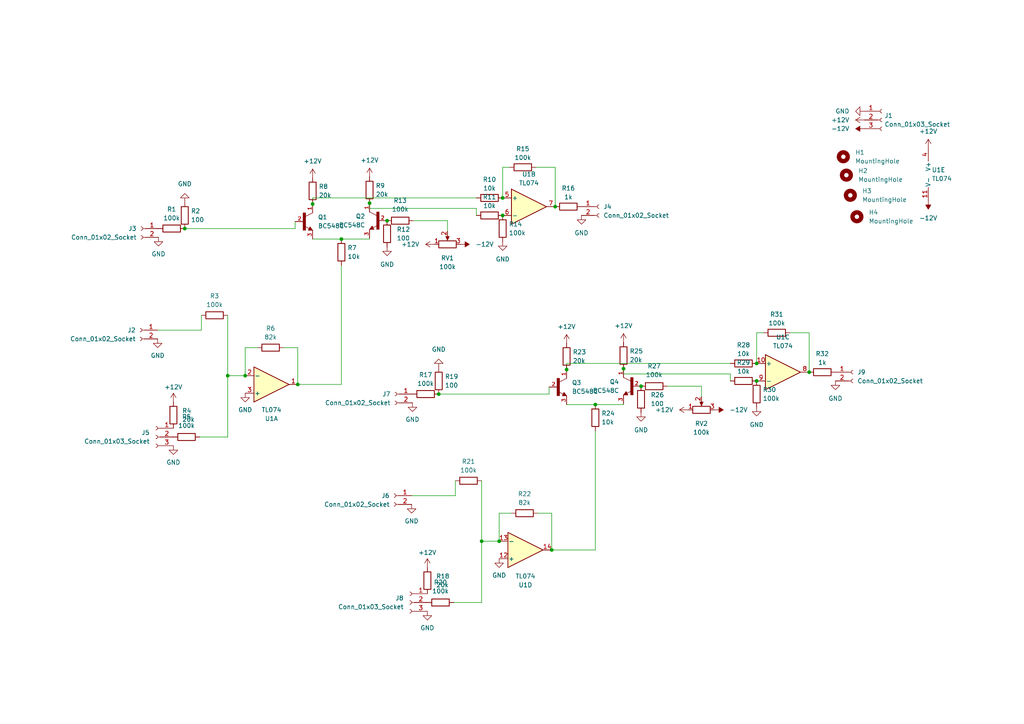
<source format=kicad_sch>
(kicad_sch (version 20230121) (generator eeschema)
  (paper "A4")
  (lib_symbols
    (symbol "Amplifier_Operational:TL074" (pin_names (offset 0.127))
      (property "Reference" "U" (at 0 5.08 0))
      (property "Value" "TL074" (at 0 -5.08 0))
      (symbol "TL074_1_1"
        (polyline (pts (xy -5.08 5.08) (xy 5.08 0) (xy -5.08 -5.08) (xy -5.08 5.08)) (stroke (width 0.254)) (fill (type background)))
        (pin output line (at 7.62 0 180) (length 2.54) (name "~") (number "1"))
        (pin input line (at -7.62 -2.54 0) (length 2.54) (name "-") (number "2"))
        (pin input line (at -7.62 2.54 0) (length 2.54) (name "+") (number "3"))
      )
      (symbol "TL074_2_1"
        (polyline (pts (xy -5.08 5.08) (xy 5.08 0) (xy -5.08 -5.08) (xy -5.08 5.08)) (stroke (width 0.254)) (fill (type background)))
        (pin input line (at -7.62 2.54 0) (length 2.54) (name "+") (number "5"))
        (pin input line (at -7.62 -2.54 0) (length 2.54) (name "-") (number "6"))
        (pin output line (at 7.62 0 180) (length 2.54) (name "~") (number "7"))
      )
      (symbol "TL074_3_1"
        (polyline (pts (xy -5.08 5.08) (xy 5.08 0) (xy -5.08 -5.08) (xy -5.08 5.08)) (stroke (width 0.254)) (fill (type background)))
        (pin input line (at -7.62 2.54 0) (length 2.54) (name "+") (number "10"))
        (pin output line (at 7.62 0 180) (length 2.54) (name "~") (number "8"))
        (pin input line (at -7.62 -2.54 0) (length 2.54) (name "-") (number "9"))
      )
      (symbol "TL074_4_1"
        (polyline (pts (xy -5.08 5.08) (xy 5.08 0) (xy -5.08 -5.08) (xy -5.08 5.08)) (stroke (width 0.254)) (fill (type background)))
        (pin input line (at -7.62 2.54 0) (length 2.54) (name "+") (number "12"))
        (pin input line (at -7.62 -2.54 0) (length 2.54) (name "-") (number "13"))
        (pin output line (at 7.62 0 180) (length 2.54) (name "~") (number "14"))
      )
      (symbol "TL074_5_1"
        (pin power_in line (at -2.54 -7.62 90) (length 3.81) (name "V-") (number "11"))
        (pin power_in line (at -2.54 7.62 270) (length 3.81) (name "V+") (number "4"))
      )
    )
    (symbol "BC548C:BC548C" (pin_names (offset 1.016))
      (property "Reference" "Q" (at -10.16 7.62 0))
      (property "Value" "BC548C" (at -10.16 -7.62 0))
      (symbol "BC548C_0_0"
        (rectangle (start -0.254 -2.54) (end 0.508 2.54) (stroke (width 0.1)) (fill (type outline)))
        (polyline (pts (xy 1.54 -2.04) (xy 0.308 -1.424)) (stroke (width 0.1524)))
        (polyline (pts (xy 2.54 2.54) (xy 0.508 1.524)) (stroke (width 0.1524)))
        (polyline (pts (xy 1.27 -2.54) (xy 1.778 -1.524) (xy 2.54 -2.54) (xy 1.27 -2.54)) (stroke (width 0.1524)) (fill (type outline)))
        (pin passive line (at 2.54 5.08 270) (length 2.54) (name "~") (number "1"))
        (pin passive line (at -2.54 0 0) (length 2.54) (name "~") (number "2"))
        (pin passive line (at 2.54 -5.08 90) (length 2.54) (name "~") (number "3"))
      )
    )
    (symbol "Connector:Conn_01x02_Socket" (pin_names (offset 1.016) hide)
      (property "Reference" "J" (at 0 2.54 0))
      (property "Value" "Conn_01x02_Socket" (at 0 -5.08 0))
      (symbol "Conn_01x02_Socket_1_1"
        (arc (start 0 -2.032) (mid -0.5058 -2.54) (end 0 -3.048) (stroke (width 0.1524)))
        (polyline (pts (xy -1.27 -2.54) (xy -0.508 -2.54)) (stroke (width 0.1524)))
        (polyline (pts (xy -1.27 0) (xy -0.508 0)) (stroke (width 0.1524)))
        (arc (start 0 0.508) (mid -0.5058 0) (end 0 -0.508) (stroke (width 0.1524)))
        (pin passive line (at -5.08 0 0) (length 3.81) (name "Pin_1") (number "1"))
        (pin passive line (at -5.08 -2.54 0) (length 3.81) (name "Pin_2") (number "2"))
      )
    )
    (symbol "Connector:Conn_01x03_Socket" (pin_names (offset 1.016) hide)
      (property "Reference" "J" (at 0 5.08 0))
      (property "Value" "Conn_01x03_Socket" (at 0 -5.08 0))
      (symbol "Conn_01x03_Socket_1_1"
        (arc (start 0 -2.032) (mid -0.5058 -2.54) (end 0 -3.048) (stroke (width 0.1524)))
        (polyline (pts (xy -1.27 -2.54) (xy -0.508 -2.54)) (stroke (width 0.1524)))
        (polyline (pts (xy -1.27 0) (xy -0.508 0)) (stroke (width 0.1524)))
        (polyline (pts (xy -1.27 2.54) (xy -0.508 2.54)) (stroke (width 0.1524)))
        (arc (start 0 0.508) (mid -0.5058 0) (end 0 -0.508) (stroke (width 0.1524)))
        (arc (start 0 3.048) (mid -0.5058 2.54) (end 0 2.032) (stroke (width 0.1524)))
        (pin passive line (at -5.08 2.54 0) (length 3.81) (name "Pin_1") (number "1"))
        (pin passive line (at -5.08 0 0) (length 3.81) (name "Pin_2") (number "2"))
        (pin passive line (at -5.08 -2.54 0) (length 3.81) (name "Pin_3") (number "3"))
      )
    )
    (symbol "Device:R" (pin_numbers hide) (pin_names (offset 0))
      (property "Reference" "R" (at 2.032 0 90))
      (property "Value" "R" (at 0 0 90))
      (symbol "R_0_1"
        (rectangle (start -1.016 -2.54) (end 1.016 2.54) (stroke (width 0.254)))
      )
      (symbol "R_1_1"
        (pin passive line (at 0 3.81 270) (length 1.27) (name "~") (number "1"))
        (pin passive line (at 0 -3.81 90) (length 1.27) (name "~") (number "2"))
      )
    )
    (symbol "Device:R_Potentiometer" (pin_names (offset 1.016) hide)
      (property "Reference" "RV" (at -4.445 0 90))
      (property "Value" "R_Potentiometer" (at -2.54 0 90))
      (symbol "R_Potentiometer_0_1"
        (polyline (pts (xy 2.54 0) (xy 1.524 0)))
        (polyline (pts (xy 1.143 0) (xy 2.286 0.508) (xy 2.286 -0.508) (xy 1.143 0)) (fill (type outline)))
        (rectangle (start 1.016 2.54) (end -1.016 -2.54) (stroke (width 0.254)))
      )
      (symbol "R_Potentiometer_1_1"
        (pin passive line (at 0 3.81 270) (length 1.27) (name "1") (number "1"))
        (pin passive line (at 3.81 0 180) (length 1.27) (name "2") (number "2"))
        (pin passive line (at 0 -3.81 90) (length 1.27) (name "3") (number "3"))
      )
    )
    (symbol "Mechanical:MountingHole" (pin_names (offset 1.016))
      (property "Reference" "H" (at 0 5.08 0))
      (property "Value" "MountingHole" (at 0 3.175 0))
      (symbol "MountingHole_0_1"
        (circle (center 0 0) (radius 1.27) (stroke (width 1.27)))
      )
    )
    (symbol "power:+12V" (power) (pin_names (offset 0))
      (property "Value" "+12V" (at 0 3.556 0))
      (symbol "+12V_0_1"
        (polyline (pts (xy -0.762 1.27) (xy 0 2.54)))
        (polyline (pts (xy 0 0) (xy 0 2.54)))
        (polyline (pts (xy 0 2.54) (xy 0.762 1.27)))
      )
      (symbol "+12V_1_1"
        (pin power_in line (at 0 0 90) (length 0) hide (name "+12V") (number "1"))
      )
    )
    (symbol "power:-12V" (power) (pin_names (offset 0))
      (property "Value" "-12V" (at 0 3.81 0))
      (symbol "-12V_0_0"
        (pin power_in line (at 0 0 90) (length 0) hide (name "-12V") (number "1"))
      )
      (symbol "-12V_0_1"
        (polyline (pts (xy 0 0) (xy 0 1.27) (xy 0.762 1.27) (xy 0 2.54) (xy -0.762 1.27) (xy 0 1.27)) (fill (type outline)))
      )
    )
    (symbol "power:GND" (power) (pin_names (offset 0))
      (property "Value" "GND" (at 0 -3.81 0))
      (symbol "GND_0_1"
        (polyline (pts (xy 0 0) (xy 0 -1.27) (xy 1.27 -1.27) (xy 0 -2.54) (xy -1.27 -1.27) (xy 0 -1.27)))
      )
      (symbol "GND_1_1"
        (pin power_in line (at 0 0 270) (length 0) hide (name "GND") (number "1"))
      )
    )
  )
  (junction (at 71.12 108.966))
  (junction (at 139.7 156.972))
  (junction (at 127.254 114.3))
  (junction (at 164.338 107.188))
  (junction (at 161.036 59.944))
  (junction (at 145.796 62.484))
  (junction (at 219.456 110.49))
  (junction (at 90.678 59.182))
  (junction (at 107.188 58.928))
  (junction (at 145.796 57.404))
  (junction (at 160.02 159.512))
  (junction (at 112.268 64.008))
  (junction (at 53.594 66.294))
  (junction (at 180.848 106.934))
  (junction (at 219.456 105.41))
  (junction (at 99.012 69.342))
  (junction (at 234.696 107.95))
  (junction (at 144.78 156.972))
  (junction (at 185.928 112.014))
  (junction (at 172.672 117.348))
  (junction (at 86.36 111.506))
  (junction (at 66.04 108.966))
  (wire (pts (xy 155.448 48.514) (xy 161.036 48.514)))
  (wire (pts (xy 58.42 95.758) (xy 58.42 91.44)))
  (wire (pts (xy 129.794 67.056) (xy 129.794 64.008)))
  (wire (pts (xy 107.188 69.342) (xy 107.188 69.088)))
  (wire (pts (xy 219.456 96.52) (xy 219.456 105.41)))
  (wire (pts (xy 90.678 69.342) (xy 99.012 69.342)))
  (wire (pts (xy 138.176 60.452) (xy 107.188 60.452)))
  (wire (pts (xy 211.836 108.458) (xy 180.848 108.458)))
  (wire (pts (xy 132.08 143.764) (xy 132.08 139.446)))
  (wire (pts (xy 107.188 60.452) (xy 107.188 58.928)))
  (wire (pts (xy 211.836 110.49) (xy 211.836 108.458)))
  (wire (pts (xy 45.72 95.758) (xy 58.42 95.758)))
  (wire (pts (xy 160.02 159.512) (xy 172.672 159.512)))
  (wire (pts (xy 71.12 108.966) (xy 71.12 100.838)))
  (wire (pts (xy 139.7 174.752) (xy 139.7 156.972)))
  (wire (pts (xy 86.36 100.838) (xy 86.36 111.506)))
  (wire (pts (xy 66.04 91.44) (xy 66.04 108.966)))
  (wire (pts (xy 66.04 108.966) (xy 71.12 108.966)))
  (wire (pts (xy 99.012 69.342) (xy 107.188 69.342)))
  (wire (pts (xy 229.108 96.52) (xy 234.696 96.52)))
  (wire (pts (xy 129.794 64.008) (xy 119.888 64.008)))
  (wire (pts (xy 86.36 111.506) (xy 99.012 111.506)))
  (wire (pts (xy 66.04 126.746) (xy 66.04 108.966)))
  (wire (pts (xy 164.338 117.348) (xy 172.672 117.348)))
  (wire (pts (xy 180.848 108.458) (xy 180.848 106.934)))
  (wire (pts (xy 71.12 100.838) (xy 74.676 100.838)))
  (wire (pts (xy 147.828 48.514) (xy 145.796 48.514)))
  (wire (pts (xy 139.7 156.972) (xy 144.78 156.972)))
  (wire (pts (xy 90.678 57.404) (xy 90.678 59.182)))
  (wire (pts (xy 57.912 126.746) (xy 66.04 126.746)))
  (wire (pts (xy 144.78 148.844) (xy 148.336 148.844)))
  (wire (pts (xy 203.454 115.062) (xy 203.454 112.014)))
  (wire (pts (xy 172.672 117.348) (xy 180.848 117.348)))
  (wire (pts (xy 221.488 96.52) (xy 219.456 96.52)))
  (wire (pts (xy 160.02 148.844) (xy 160.02 159.512)))
  (wire (pts (xy 99.012 111.506) (xy 99.012 76.962)))
  (wire (pts (xy 145.796 48.514) (xy 145.796 57.404)))
  (wire (pts (xy 172.672 159.512) (xy 172.672 124.968)))
  (wire (pts (xy 180.848 117.348) (xy 180.848 117.094)))
  (wire (pts (xy 234.696 96.52) (xy 234.696 107.95)))
  (wire (pts (xy 131.572 174.752) (xy 139.7 174.752)))
  (wire (pts (xy 85.598 66.294) (xy 85.598 64.262)))
  (wire (pts (xy 203.454 112.014) (xy 193.548 112.014)))
  (wire (pts (xy 211.836 105.41) (xy 164.338 105.41)))
  (wire (pts (xy 161.036 48.514) (xy 161.036 59.944)))
  (wire (pts (xy 82.296 100.838) (xy 86.36 100.838)))
  (wire (pts (xy 119.38 143.764) (xy 132.08 143.764)))
  (wire (pts (xy 144.78 156.972) (xy 144.78 148.844)))
  (wire (pts (xy 155.956 148.844) (xy 160.02 148.844)))
  (wire (pts (xy 139.7 139.446) (xy 139.7 156.972)))
  (wire (pts (xy 138.176 57.404) (xy 90.678 57.404)))
  (wire (pts (xy 164.338 105.41) (xy 164.338 107.188)))
  (wire (pts (xy 138.176 62.484) (xy 138.176 60.452)))
  (wire (pts (xy 159.258 114.3) (xy 159.258 112.268)))
  (wire (pts (xy 53.594 66.294) (xy 85.598 66.294)))
  (wire (pts (xy 127.254 114.3) (xy 159.258 114.3)))
  (symbol (lib_id "Device:R") (at 54.102 126.746 270) (unit 1)
    (property "Reference" "R5" (at 54.102 120.904 90))
    (property "Value" "100k" (at 54.102 123.444 90))
    (property "Footprint" "Resistor_THT:R_Axial_DIN0204_L3.6mm_D1.6mm_P7.62mm_Horizontal" (effects hide))
  )
  (symbol (lib_id "Device:R") (at 215.646 105.41 270) (unit 1)
    (property "Reference" "R28" (at 215.646 100.076 90))
    (property "Value" "10k" (at 215.646 102.616 90))
    (property "Footprint" "Resistor_THT:R_Axial_DIN0204_L3.6mm_D1.6mm_P7.62mm_Horizontal" (effects hide))
  )
  (symbol (lib_id "power:-12V") (at 269.24 58.166 180) (unit 1)
    (property "Reference" "#PWR05" (effects hide))
    (property "Value" "-12V" (at 269.24 63.246 0))
  )
  (symbol (lib_id "Device:R") (at 152.146 148.844 90) (unit 1)
    (property "Reference" "R22" (at 152.146 143.256 90))
    (property "Value" "82k" (at 152.146 145.796 90))
    (property "Footprint" "Resistor_THT:R_Axial_DIN0204_L3.6mm_D1.6mm_P7.62mm_Horizontal" (effects hide))
  )
  (symbol (lib_id "Device:R") (at 145.796 66.294 0) (unit 1)
    (property "Reference" "R14" (at 147.574 65.024 0) (effects (justify left)))
    (property "Value" "100k" (at 147.574 67.564 0) (effects (justify left)))
    (property "Footprint" "Resistor_THT:R_Axial_DIN0204_L3.6mm_D1.6mm_P7.62mm_Horizontal" (effects hide))
  )
  (symbol (lib_id "power:GND") (at 144.78 162.052 0) (unit 1)
    (property "Reference" "#PWR026" (effects hide))
    (property "Value" "GND" (at 144.78 166.878 0))
  )
  (symbol (lib_id "power:GND") (at 123.952 177.292 0) (unit 1)
    (property "Reference" "#PWR024" (effects hide))
    (property "Value" "GND" (at 123.952 182.118 0))
  )
  (symbol (lib_id "Device:R") (at 116.078 64.008 270) (unit 1)
    (property "Reference" "R13" (at 116.078 58.166 90))
    (property "Value" "100k" (at 116.078 60.706 90))
    (property "Footprint" "Resistor_THT:R_Axial_DIN0204_L3.6mm_D1.6mm_P7.62mm_Horizontal" (effects hide))
  )
  (symbol (lib_id "Device:R") (at 127.762 174.752 270) (unit 1)
    (property "Reference" "R20" (at 127.762 168.91 90))
    (property "Value" "100k" (at 127.762 171.45 90))
    (property "Footprint" "Resistor_THT:R_Axial_DIN0204_L3.6mm_D1.6mm_P7.62mm_Horizontal" (effects hide))
  )
  (symbol (lib_id "power:+12V") (at 180.848 99.314 0) (unit 1)
    (property "Reference" "#PWR028" (effects hide))
    (property "Value" "+12V" (at 180.848 94.488 0))
  )
  (symbol (lib_id "Device:R") (at 49.784 66.294 90) (unit 1)
    (property "Reference" "R1" (at 49.784 60.706 90))
    (property "Value" "100k" (at 49.784 63.246 90))
    (property "Footprint" "Resistor_THT:R_Axial_DIN0204_L3.6mm_D1.6mm_P7.62mm_Horizontal" (effects hide))
  )
  (symbol (lib_id "Device:R") (at 238.506 107.95 270) (unit 1)
    (property "Reference" "R32" (at 238.506 102.616 90))
    (property "Value" "1k" (at 238.506 105.156 90))
    (property "Footprint" "Resistor_THT:R_Axial_DIN0204_L3.6mm_D1.6mm_P7.62mm_Horizontal" (effects hide))
  )
  (symbol (lib_id "Connector:Conn_01x03_Socket") (at 255.778 34.798 0) (unit 1)
    (property "Reference" "J1" (at 256.54 33.528 0) (effects (justify left)))
    (property "Value" "Conn_01x03_Socket" (at 256.54 36.068 0) (effects (justify left)))
    (property "Footprint" "my_library:my_really_cool_3pin" (effects hide))
  )
  (symbol (lib_id "Amplifier_Operational:TL074") (at 271.78 50.546 0) (unit 5)
    (property "Reference" "U1" (at 270.256 49.276 0) (effects (justify left)))
    (property "Value" "TL074" (at 270.256 51.816 0) (effects (justify left)))
    (property "Footprint" "my_library:my_dip14" (effects hide))
    (property "Datasheet" "http://www.ti.com/lit/ds/symlink/tl071.pdf" (effects hide))
  )
  (symbol (lib_id "Amplifier_Operational:TL074") (at 78.74 111.506 0) (mirror x) (unit 1)
    (property "Reference" "U1" (at 78.74 121.412 0))
    (property "Value" "TL074" (at 78.74 118.872 0))
    (property "Footprint" "my_library:my_dip14" (effects hide))
    (property "Datasheet" "http://www.ti.com/lit/ds/symlink/tl071.pdf" (effects hide))
  )
  (symbol (lib_id "Amplifier_Operational:TL074") (at 227.076 107.95 0) (unit 3)
    (property "Reference" "U1" (at 227.076 97.79 0))
    (property "Value" "TL074" (at 227.076 100.33 0))
    (property "Footprint" "my_library:my_dip14" (effects hide))
    (property "Datasheet" "http://www.ti.com/lit/ds/symlink/tl071.pdf" (effects hide))
  )
  (symbol (lib_id "BC548C:BC548C") (at 183.388 112.014 0) (mirror y) (unit 1)
    (property "Reference" "Q4" (at 179.578 110.744 0) (effects (justify left)))
    (property "Value" "BC548C" (at 179.578 113.284 0) (effects (justify left)))
    (property "Footprint" "BC548C:TO92250P510H770-3" (effects hide))
    (property "MF" "ON" (effects hide))
    (property "Purchase-URL" "https://www.snapeda.com/api/url_track_click_mouser/?unipart_id=455158&manufacturer=ON&part_name=BC548C&search_term=None" (effects hide))
    (property "Package" "E-PKG AXIAL-LEADED-2 ON Semiconductor" (effects hide))
    (property "Price" "None" (effects hide))
    (property "Check_prices" "https://www.snapeda.com/parts/BC548C/Onsemi/view-part/?ref=eda" (effects hide))
    (property "SnapEDA_Link" "https://www.snapeda.com/parts/BC548C/Onsemi/view-part/?ref=snap" (effects hide))
    (property "MP" "BC548C" (effects hide))
    (property "Availability" "In Stock" (effects hide))
    (property "Description" "\nBipolar (BJT) Transistor NPN 30 V 100 mA 300MHz 625 mW Through Hole TO-92 (TO-226)\n" (effects hide))
  )
  (symbol (lib_id "power:GND") (at 127.254 106.68 180) (unit 1)
    (property "Reference" "#PWR025" (effects hide))
    (property "Value" "GND" (at 127.254 101.346 0))
  )
  (symbol (lib_id "power:GND") (at 168.656 62.484 0) (unit 1)
    (property "Reference" "#PWR021" (effects hide))
    (property "Value" "GND" (at 168.656 67.564 0))
  )
  (symbol (lib_id "Connector:Conn_01x02_Socket") (at 247.396 107.95 0) (unit 1)
    (property "Reference" "J9" (at 248.666 107.95 0) (effects (justify left)))
    (property "Value" "Conn_01x02_Socket" (at 248.666 110.49 0) (effects (justify left)))
    (property "Footprint" "my_library:my_really_cool_2pin" (effects hide))
  )
  (symbol (lib_id "Device:R") (at 99.012 73.152 180) (unit 1)
    (property "Reference" "R7" (at 100.79 71.882 0) (effects (justify right)))
    (property "Value" "10k" (at 100.79 74.422 0) (effects (justify right)))
    (property "Footprint" "Resistor_THT:R_Axial_DIN0204_L3.6mm_D1.6mm_P7.62mm_Horizontal" (effects hide))
  )
  (symbol (lib_id "Connector:Conn_01x02_Socket") (at 40.894 66.294 0) (mirror y) (unit 1)
    (property "Reference" "J3" (at 39.624 66.294 0) (effects (justify left)))
    (property "Value" "Conn_01x02_Socket" (at 39.624 68.834 0) (effects (justify left)))
    (property "Footprint" "my_library:my_really_cool_2pin" (effects hide))
  )
  (symbol (lib_id "power:GND") (at 71.12 114.046 0) (unit 1)
    (property "Reference" "#PWR018" (effects hide))
    (property "Value" "GND" (at 71.12 118.872 0))
  )
  (symbol (lib_id "power:GND") (at 45.72 98.298 0) (unit 1)
    (property "Reference" "#PWR015" (effects hide))
    (property "Value" "GND" (at 45.72 103.124 0))
  )
  (symbol (lib_id "BC548C:BC548C") (at 109.728 64.008 0) (mirror y) (unit 1)
    (property "Reference" "Q2" (at 105.918 62.738 0) (effects (justify left)))
    (property "Value" "BC548C" (at 105.918 65.278 0) (effects (justify left)))
    (property "Footprint" "BC548C:TO92250P510H770-3" (effects hide))
    (property "MF" "ON" (effects hide))
    (property "Purchase-URL" "https://www.snapeda.com/api/url_track_click_mouser/?unipart_id=455158&manufacturer=ON&part_name=BC548C&search_term=None" (effects hide))
    (property "Package" "E-PKG AXIAL-LEADED-2 ON Semiconductor" (effects hide))
    (property "Price" "None" (effects hide))
    (property "Check_prices" "https://www.snapeda.com/parts/BC548C/Onsemi/view-part/?ref=eda" (effects hide))
    (property "SnapEDA_Link" "https://www.snapeda.com/parts/BC548C/Onsemi/view-part/?ref=snap" (effects hide))
    (property "MP" "BC548C" (effects hide))
    (property "Availability" "In Stock" (effects hide))
    (property "Description" "\nBipolar (BJT) Transistor NPN 30 V 100 mA 300MHz 625 mW Through Hole TO-92 (TO-226)\n" (effects hide))
  )
  (symbol (lib_id "Device:R") (at 172.672 121.158 180) (unit 1)
    (property "Reference" "R24" (at 174.45 119.888 0) (effects (justify right)))
    (property "Value" "10k" (at 174.45 122.428 0) (effects (justify right)))
    (property "Footprint" "Resistor_THT:R_Axial_DIN0204_L3.6mm_D1.6mm_P7.62mm_Horizontal" (effects hide))
  )
  (symbol (lib_id "Device:R_Potentiometer") (at 129.794 70.866 90) (unit 1)
    (property "Reference" "RV1" (at 129.794 74.8526 90))
    (property "Value" "100k" (at 129.794 77.3926 90))
    (property "Footprint" "Potentiometer_THT:Potentiometer_Vishay_T73XW_Horizontal" (effects hide))
  )
  (symbol (lib_id "BC548C:BC548C") (at 88.138 64.262 0) (unit 1)
    (property "Reference" "Q1" (at 92.202 62.992 0) (effects (justify left)))
    (property "Value" "BC548C" (at 92.202 65.532 0) (effects (justify left)))
    (property "Footprint" "BC548C:TO92250P510H770-3" (effects hide))
    (property "MF" "ON" (effects hide))
    (property "Purchase-URL" "https://www.snapeda.com/api/url_track_click_mouser/?unipart_id=455158&manufacturer=ON&part_name=BC548C&search_term=None" (effects hide))
    (property "Package" "E-PKG AXIAL-LEADED-2 ON Semiconductor" (effects hide))
    (property "Price" "None" (effects hide))
    (property "Check_prices" "https://www.snapeda.com/parts/BC548C/Onsemi/view-part/?ref=eda" (effects hide))
    (property "SnapEDA_Link" "https://www.snapeda.com/parts/BC548C/Onsemi/view-part/?ref=snap" (effects hide))
    (property "MP" "BC548C" (effects hide))
    (property "Availability" "In Stock" (effects hide))
    (property "Description" "\nBipolar (BJT) Transistor NPN 30 V 100 mA 300MHz 625 mW Through Hole TO-92 (TO-226)\n" (effects hide))
  )
  (symbol (lib_id "Device:R") (at 164.846 59.944 270) (unit 1)
    (property "Reference" "R16" (at 164.846 54.61 90))
    (property "Value" "1k" (at 164.846 57.15 90))
    (property "Footprint" "Resistor_THT:R_Axial_DIN0204_L3.6mm_D1.6mm_P7.62mm_Horizontal" (effects hide))
  )
  (symbol (lib_id "power:GND") (at 119.38 146.304 0) (unit 1)
    (property "Reference" "#PWR011" (effects hide))
    (property "Value" "GND" (at 119.38 151.13 0))
  )
  (symbol (lib_id "Device:R") (at 185.928 115.824 0) (unit 1)
    (property "Reference" "R26" (at 188.722 114.554 0) (effects (justify left)))
    (property "Value" "100" (at 188.722 117.094 0) (effects (justify left)))
    (property "Footprint" "Resistor_THT:R_Axial_DIN0204_L3.6mm_D1.6mm_P7.62mm_Horizontal" (effects hide))
  )
  (symbol (lib_id "power:+12V") (at 107.188 51.308 0) (unit 1)
    (property "Reference" "#PWR09" (effects hide))
    (property "Value" "+12V" (at 107.188 46.482 0))
  )
  (symbol (lib_id "BC548C:BC548C") (at 161.798 112.268 0) (unit 1)
    (property "Reference" "Q3" (at 165.862 110.998 0) (effects (justify left)))
    (property "Value" "BC548C" (at 165.862 113.538 0) (effects (justify left)))
    (property "Footprint" "BC548C:TO92250P510H770-3" (effects hide))
    (property "MF" "ON" (effects hide))
    (property "Purchase-URL" "https://www.snapeda.com/api/url_track_click_mouser/?unipart_id=455158&manufacturer=ON&part_name=BC548C&search_term=None" (effects hide))
    (property "Package" "E-PKG AXIAL-LEADED-2 ON Semiconductor" (effects hide))
    (property "Price" "None" (effects hide))
    (property "Check_prices" "https://www.snapeda.com/parts/BC548C/Onsemi/view-part/?ref=eda" (effects hide))
    (property "SnapEDA_Link" "https://www.snapeda.com/parts/BC548C/Onsemi/view-part/?ref=snap" (effects hide))
    (property "MP" "BC548C" (effects hide))
    (property "Availability" "In Stock" (effects hide))
    (property "Description" "\nBipolar (BJT) Transistor NPN 30 V 100 mA 300MHz 625 mW Through Hole TO-92 (TO-226)\n" (effects hide))
  )
  (symbol (lib_id "Connector:Conn_01x02_Socket") (at 40.64 95.758 0) (mirror y) (unit 1)
    (property "Reference" "J2" (at 39.37 95.758 0) (effects (justify left)))
    (property "Value" "Conn_01x02_Socket" (at 39.37 98.298 0) (effects (justify left)))
    (property "Footprint" "my_library:my_really_cool_2pin" (effects hide))
  )
  (symbol (lib_id "Device:R_Potentiometer") (at 203.454 118.872 90) (unit 1)
    (property "Reference" "RV2" (at 203.454 122.8586 90))
    (property "Value" "100k" (at 203.454 125.3986 90))
    (property "Footprint" "Potentiometer_THT:Potentiometer_Vishay_T73XW_Horizontal" (effects hide))
  )
  (symbol (lib_id "power:GND") (at 119.634 116.84 0) (unit 1)
    (property "Reference" "#PWR012" (effects hide))
    (property "Value" "GND" (at 119.634 121.666 0))
  )
  (symbol (lib_id "Mechanical:MountingHole") (at 248.539 62.865 0) (unit 1)
    (property "Reference" "H4" (at 251.968 61.595 0) (effects (justify left)))
    (property "Value" "MountingHole" (at 251.968 64.135 0) (effects (justify left)))
    (property "Footprint" "MountingHole:MountingHole_2.1mm" (effects hide))
  )
  (symbol (lib_id "power:GND") (at 145.796 70.104 0) (unit 1)
    (property "Reference" "#PWR022" (effects hide))
    (property "Value" "GND" (at 145.796 75.184 0))
  )
  (symbol (lib_id "Device:R") (at 50.292 120.396 0) (unit 1)
    (property "Reference" "R4" (at 52.832 119.126 0) (effects (justify left)))
    (property "Value" "20k" (at 52.832 121.666 0) (effects (justify left)))
    (property "Footprint" "Resistor_THT:R_Axial_DIN0204_L3.6mm_D1.6mm_P7.62mm_Horizontal" (effects hide))
  )
  (symbol (lib_id "power:+12V") (at 125.984 70.866 90) (unit 1)
    (property "Reference" "#PWR019" (effects hide))
    (property "Value" "+12V" (at 121.666 70.866 90) (effects (justify left)))
  )
  (symbol (lib_id "Device:R") (at 123.444 114.3 90) (unit 1)
    (property "Reference" "R17" (at 123.444 108.712 90))
    (property "Value" "100k" (at 123.444 111.252 90))
    (property "Footprint" "Resistor_THT:R_Axial_DIN0204_L3.6mm_D1.6mm_P7.62mm_Horizontal" (effects hide))
  )
  (symbol (lib_id "Amplifier_Operational:TL074") (at 153.416 59.944 0) (unit 2)
    (property "Reference" "U1" (at 153.416 50.546 0))
    (property "Value" "TL074" (at 153.416 53.086 0))
    (property "Footprint" "my_library:my_dip14" (effects hide))
    (property "Datasheet" "http://www.ti.com/lit/ds/symlink/tl071.pdf" (effects hide))
  )
  (symbol (lib_id "power:GND") (at 219.456 118.11 0) (unit 1)
    (property "Reference" "#PWR032" (effects hide))
    (property "Value" "GND" (at 219.456 123.19 0))
  )
  (symbol (lib_id "power:-12V") (at 250.698 37.338 90) (unit 1)
    (property "Reference" "#PWR03" (effects hide))
    (property "Value" "-12V" (at 246.38 37.338 90) (effects (justify left)))
  )
  (symbol (lib_id "Device:R") (at 225.298 96.52 270) (unit 1)
    (property "Reference" "R31" (at 225.298 91.186 90))
    (property "Value" "100k" (at 225.298 93.726 90))
    (property "Footprint" "Resistor_THT:R_Axial_DIN0204_L3.6mm_D1.6mm_P7.62mm_Horizontal" (effects hide))
  )
  (symbol (lib_id "power:+12V") (at 250.698 34.798 90) (unit 1)
    (property "Reference" "#PWR02" (effects hide))
    (property "Value" "+12V" (at 246.38 34.798 90) (effects (justify left)))
  )
  (symbol (lib_id "power:+12V") (at 50.292 116.586 0) (unit 1)
    (property "Reference" "#PWR017" (effects hide))
    (property "Value" "+12V" (at 50.292 112.268 0))
  )
  (symbol (lib_id "power:+12V") (at 199.644 118.872 90) (unit 1)
    (property "Reference" "#PWR030" (effects hide))
    (property "Value" "+12V" (at 195.326 118.872 90) (effects (justify left)))
  )
  (symbol (lib_id "Device:R") (at 112.268 67.818 0) (unit 1)
    (property "Reference" "R12" (at 115.062 66.548 0) (effects (justify left)))
    (property "Value" "100" (at 115.062 69.088 0) (effects (justify left)))
    (property "Footprint" "Resistor_THT:R_Axial_DIN0204_L3.6mm_D1.6mm_P7.62mm_Horizontal" (effects hide))
  )
  (symbol (lib_id "power:+12V") (at 269.24 42.926 0) (unit 1)
    (property "Reference" "#PWR04" (effects hide))
    (property "Value" "+12V" (at 269.24 38.1 0))
  )
  (symbol (lib_id "Device:R") (at 127.254 110.49 180) (unit 1)
    (property "Reference" "R19" (at 129.032 109.22 0) (effects (justify right)))
    (property "Value" "100" (at 129.032 111.76 0) (effects (justify right)))
    (property "Footprint" "Resistor_THT:R_Axial_DIN0204_L3.6mm_D1.6mm_P7.62mm_Horizontal" (effects hide))
  )
  (symbol (lib_id "Connector:Conn_01x03_Socket") (at 45.212 126.746 0) (mirror y) (unit 1)
    (property "Reference" "J5" (at 43.434 125.476 0) (effects (justify left)))
    (property "Value" "Conn_01x03_Socket" (at 43.434 128.016 0) (effects (justify left)))
    (property "Footprint" "my_library:my_really_cool_3pin" (effects hide))
  )
  (symbol (lib_id "power:GND") (at 53.594 58.674 180) (unit 1)
    (property "Reference" "#PWR014" (effects hide))
    (property "Value" "GND" (at 53.594 53.34 0))
  )
  (symbol (lib_id "Connector:Conn_01x03_Socket") (at 118.872 174.752 0) (mirror y) (unit 1)
    (property "Reference" "J8" (at 117.094 173.482 0) (effects (justify left)))
    (property "Value" "Conn_01x03_Socket" (at 117.094 176.022 0) (effects (justify left)))
    (property "Footprint" "my_library:my_really_cool_3pin" (effects hide))
  )
  (symbol (lib_id "Mechanical:MountingHole") (at 246.634 56.642 0) (unit 1)
    (property "Reference" "H3" (at 250.063 55.372 0) (effects (justify left)))
    (property "Value" "MountingHole" (at 250.063 57.912 0) (effects (justify left)))
    (property "Footprint" "MountingHole:MountingHole_2.1mm" (effects hide))
  )
  (symbol (lib_id "power:GND") (at 242.316 110.49 0) (unit 1)
    (property "Reference" "#PWR033" (effects hide))
    (property "Value" "GND" (at 242.316 115.57 0))
  )
  (symbol (lib_id "Mechanical:MountingHole") (at 244.602 45.466 0) (unit 1)
    (property "Reference" "H1" (at 248.031 44.196 0) (effects (justify left)))
    (property "Value" "MountingHole" (at 248.031 46.736 0) (effects (justify left)))
    (property "Footprint" "MountingHole:MountingHole_2.1mm" (effects hide))
  )
  (symbol (lib_id "power:GND") (at 250.698 32.258 270) (unit 1)
    (property "Reference" "#PWR01" (effects hide))
    (property "Value" "GND" (at 246.38 32.258 90) (effects (justify right)))
  )
  (symbol (lib_id "Device:R") (at 189.738 112.014 270) (unit 1)
    (property "Reference" "R27" (at 189.738 106.172 90))
    (property "Value" "100k" (at 189.738 108.712 90))
    (property "Footprint" "Resistor_THT:R_Axial_DIN0204_L3.6mm_D1.6mm_P7.62mm_Horizontal" (effects hide))
  )
  (symbol (lib_id "Device:R") (at 164.338 103.378 180) (unit 1)
    (property "Reference" "R23" (at 166.116 102.108 0) (effects (justify right)))
    (property "Value" "20k" (at 166.116 104.648 0) (effects (justify right)))
    (property "Footprint" "Resistor_THT:R_Axial_DIN0204_L3.6mm_D1.6mm_P7.62mm_Horizontal" (effects hide))
  )
  (symbol (lib_id "Mechanical:MountingHole") (at 245.491 50.8 0) (unit 1)
    (property "Reference" "H2" (at 248.92 49.53 0) (effects (justify left)))
    (property "Value" "MountingHole" (at 248.92 52.07 0) (effects (justify left)))
    (property "Footprint" "MountingHole:MountingHole_2.1mm" (effects hide))
  )
  (symbol (lib_id "Device:R") (at 78.486 100.838 90) (unit 1)
    (property "Reference" "R6" (at 78.486 95.25 90))
    (property "Value" "82k" (at 78.486 97.79 90))
    (property "Footprint" "Resistor_THT:R_Axial_DIN0204_L3.6mm_D1.6mm_P7.62mm_Horizontal" (effects hide))
  )
  (symbol (lib_id "power:GND") (at 112.268 71.628 0) (unit 1)
    (property "Reference" "#PWR010" (effects hide))
    (property "Value" "GND" (at 112.268 76.708 0))
  )
  (symbol (lib_id "Device:R") (at 107.188 55.118 180) (unit 1)
    (property "Reference" "R9" (at 108.966 53.848 0) (effects (justify right)))
    (property "Value" "20k" (at 108.966 56.388 0) (effects (justify right)))
    (property "Footprint" "Resistor_THT:R_Axial_DIN0204_L3.6mm_D1.6mm_P7.62mm_Horizontal" (effects hide))
  )
  (symbol (lib_id "Amplifier_Operational:TL074") (at 152.4 159.512 0) (mirror x) (unit 4)
    (property "Reference" "U1" (at 152.4 169.672 0))
    (property "Value" "TL074" (at 152.4 167.132 0))
    (property "Footprint" "my_library:my_dip14" (effects hide))
    (property "Datasheet" "http://www.ti.com/lit/ds/symlink/tl071.pdf" (effects hide))
  )
  (symbol (lib_id "power:-12V") (at 133.604 70.866 270) (unit 1)
    (property "Reference" "#PWR020" (effects hide))
    (property "Value" "-12V" (at 137.922 70.866 90) (effects (justify left)))
  )
  (symbol (lib_id "Connector:Conn_01x02_Socket") (at 173.736 59.944 0) (unit 1)
    (property "Reference" "J4" (at 175.006 59.944 0) (effects (justify left)))
    (property "Value" "Conn_01x02_Socket" (at 175.006 62.484 0) (effects (justify left)))
    (property "Footprint" "my_library:my_really_cool_2pin" (effects hide))
  )
  (symbol (lib_id "Connector:Conn_01x02_Socket") (at 114.554 114.3 0) (mirror y) (unit 1)
    (property "Reference" "J7" (at 113.284 114.3 0) (effects (justify left)))
    (property "Value" "Conn_01x02_Socket" (at 113.284 116.84 0) (effects (justify left)))
    (property "Footprint" "my_library:my_really_cool_2pin" (effects hide))
  )
  (symbol (lib_id "power:GND") (at 45.974 68.834 0) (unit 1)
    (property "Reference" "#PWR013" (effects hide))
    (property "Value" "GND" (at 45.974 73.66 0))
  )
  (symbol (lib_id "Device:R") (at 141.986 57.404 270) (unit 1)
    (property "Reference" "R10" (at 141.986 52.07 90))
    (property "Value" "10k" (at 141.986 54.61 90))
    (property "Footprint" "Resistor_THT:R_Axial_DIN0204_L3.6mm_D1.6mm_P7.62mm_Horizontal" (effects hide))
  )
  (symbol (lib_id "Device:R") (at 180.848 103.124 180) (unit 1)
    (property "Reference" "R25" (at 182.626 101.854 0) (effects (justify right)))
    (property "Value" "20k" (at 182.626 104.394 0) (effects (justify right)))
    (property "Footprint" "Resistor_THT:R_Axial_DIN0204_L3.6mm_D1.6mm_P7.62mm_Horizontal" (effects hide))
  )
  (symbol (lib_id "power:-12V") (at 207.264 118.872 270) (unit 1)
    (property "Reference" "#PWR031" (effects hide))
    (property "Value" "-12V" (at 211.582 118.872 90) (effects (justify left)))
  )
  (symbol (lib_id "Device:R") (at 215.646 110.49 270) (unit 1)
    (property "Reference" "R29" (at 215.646 105.156 90))
    (property "Value" "10k" (at 215.646 107.696 90))
    (property "Footprint" "Resistor_THT:R_Axial_DIN0204_L3.6mm_D1.6mm_P7.62mm_Horizontal" (effects hide))
  )
  (symbol (lib_id "Device:R") (at 151.638 48.514 270) (unit 1)
    (property "Reference" "R15" (at 151.638 43.18 90))
    (property "Value" "100k" (at 151.638 45.72 90))
    (property "Footprint" "Resistor_THT:R_Axial_DIN0204_L3.6mm_D1.6mm_P7.62mm_Horizontal" (effects hide))
  )
  (symbol (lib_id "Device:R") (at 135.89 139.446 90) (unit 1)
    (property "Reference" "R21" (at 135.89 133.858 90))
    (property "Value" "100k" (at 135.89 136.398 90))
    (property "Footprint" "Resistor_THT:R_Axial_DIN0204_L3.6mm_D1.6mm_P7.62mm_Horizontal" (effects hide))
  )
  (symbol (lib_id "power:+12V") (at 123.952 164.592 0) (unit 1)
    (property "Reference" "#PWR023" (effects hide))
    (property "Value" "+12V" (at 123.952 160.274 0))
  )
  (symbol (lib_id "Device:R") (at 141.986 62.484 270) (unit 1)
    (property "Reference" "R11" (at 141.986 57.15 90))
    (property "Value" "10k" (at 141.986 59.69 90))
    (property "Footprint" "Resistor_THT:R_Axial_DIN0204_L3.6mm_D1.6mm_P7.62mm_Horizontal" (effects hide))
  )
  (symbol (lib_id "Device:R") (at 53.594 62.484 180) (unit 1)
    (property "Reference" "R2" (at 55.372 61.214 0) (effects (justify right)))
    (property "Value" "100" (at 55.372 63.754 0) (effects (justify right)))
    (property "Footprint" "Resistor_THT:R_Axial_DIN0204_L3.6mm_D1.6mm_P7.62mm_Horizontal" (effects hide))
  )
  (symbol (lib_id "power:+12V") (at 90.678 51.562 0) (unit 1)
    (property "Reference" "#PWR08" (effects hide))
    (property "Value" "+12V" (at 90.678 46.736 0))
  )
  (symbol (lib_id "Connector:Conn_01x02_Socket") (at 114.3 143.764 0) (mirror y) (unit 1)
    (property "Reference" "J6" (at 113.03 143.764 0) (effects (justify left)))
    (property "Value" "Conn_01x02_Socket" (at 113.03 146.304 0) (effects (justify left)))
    (property "Footprint" "my_library:my_really_cool_2pin" (effects hide))
  )
  (symbol (lib_id "power:+12V") (at 164.338 99.568 0) (unit 1)
    (property "Reference" "#PWR027" (effects hide))
    (property "Value" "+12V" (at 164.338 94.742 0))
  )
  (symbol (lib_id "power:GND") (at 185.928 119.634 0) (unit 1)
    (property "Reference" "#PWR029" (effects hide))
    (property "Value" "GND" (at 185.928 124.714 0))
  )
  (symbol (lib_id "power:GND") (at 50.292 129.286 0) (unit 1)
    (property "Reference" "#PWR016" (effects hide))
    (property "Value" "GND" (at 50.292 134.112 0))
  )
  (symbol (lib_id "Device:R") (at 123.952 168.402 0) (unit 1)
    (property "Reference" "R18" (at 126.492 167.132 0) (effects (justify left)))
    (property "Value" "20k" (at 126.492 169.672 0) (effects (justify left)))
    (property "Footprint" "Resistor_THT:R_Axial_DIN0204_L3.6mm_D1.6mm_P7.62mm_Horizontal" (effects hide))
  )
  (symbol (lib_id "Device:R") (at 62.23 91.44 90) (unit 1)
    (property "Reference" "R3" (at 62.23 85.852 90))
    (property "Value" "100k" (at 62.23 88.392 90))
    (property "Footprint" "Resistor_THT:R_Axial_DIN0204_L3.6mm_D1.6mm_P7.62mm_Horizontal" (effects hide))
  )
  (symbol (lib_id "Device:R") (at 219.456 114.3 0) (unit 1)
    (property "Reference" "R30" (at 221.234 113.03 0) (effects (justify left)))
    (property "Value" "100k" (at 221.234 115.57 0) (effects (justify left)))
    (property "Footprint" "Resistor_THT:R_Axial_DIN0204_L3.6mm_D1.6mm_P7.62mm_Horizontal" (effects hide))
  )
  (symbol (lib_id "Device:R") (at 90.678 55.372 180) (unit 1)
    (property "Reference" "R8" (at 92.456 54.102 0) (effects (justify right)))
    (property "Value" "20k" (at 92.456 56.642 0) (effects (justify right)))
    (property "Footprint" "Resistor_THT:R_Axial_DIN0204_L3.6mm_D1.6mm_P7.62mm_Horizontal" (effects hide))
  )
)
</source>
